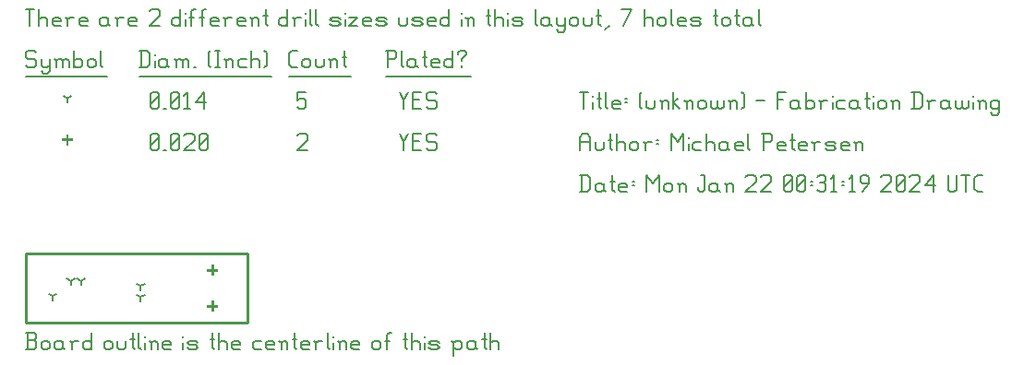
<source format=gbr>
G04 start of page 12 for group -3984 idx -3984 *
G04 Title: (unknown), fab *
G04 Creator: pcb 4.0.2 *
G04 CreationDate: Mon Jan 22 00:31:19 2024 UTC *
G04 For: railfan *
G04 Format: Gerber/RS-274X *
G04 PCB-Dimensions (mil): 800.00 250.00 *
G04 PCB-Coordinate-Origin: lower left *
%MOIN*%
%FSLAX25Y25*%
%LNFAB*%
%ADD35C,0.0100*%
%ADD34C,0.0075*%
%ADD33C,0.0060*%
%ADD32R,0.0080X0.0080*%
G54D32*X67500Y20600D02*Y17400D01*
X65900Y19000D02*X69100D01*
X67500Y7600D02*Y4400D01*
X65900Y6000D02*X69100D01*
X15000Y67850D02*Y64650D01*
X13400Y66250D02*X16600D01*
G54D33*X135000Y68500D02*X136500Y65500D01*
X138000Y68500D01*
X136500Y65500D02*Y62500D01*
X139800Y65800D02*X142050D01*
X139800Y62500D02*X142800D01*
X139800Y68500D02*Y62500D01*
Y68500D02*X142800D01*
X147600D02*X148350Y67750D01*
X145350Y68500D02*X147600D01*
X144600Y67750D02*X145350Y68500D01*
X144600Y67750D02*Y66250D01*
X145350Y65500D01*
X147600D01*
X148350Y64750D01*
Y63250D01*
X147600Y62500D02*X148350Y63250D01*
X145350Y62500D02*X147600D01*
X144600Y63250D02*X145350Y62500D01*
X98000Y67750D02*X98750Y68500D01*
X101000D01*
X101750Y67750D01*
Y66250D01*
X98000Y62500D02*X101750Y66250D01*
X98000Y62500D02*X101750D01*
X45000Y63250D02*X45750Y62500D01*
X45000Y67750D02*Y63250D01*
Y67750D02*X45750Y68500D01*
X47250D01*
X48000Y67750D01*
Y63250D01*
X47250Y62500D02*X48000Y63250D01*
X45750Y62500D02*X47250D01*
X45000Y64000D02*X48000Y67000D01*
X49800Y62500D02*X50550D01*
X52350Y63250D02*X53100Y62500D01*
X52350Y67750D02*Y63250D01*
Y67750D02*X53100Y68500D01*
X54600D01*
X55350Y67750D01*
Y63250D01*
X54600Y62500D02*X55350Y63250D01*
X53100Y62500D02*X54600D01*
X52350Y64000D02*X55350Y67000D01*
X57150Y67750D02*X57900Y68500D01*
X60150D01*
X60900Y67750D01*
Y66250D01*
X57150Y62500D02*X60900Y66250D01*
X57150Y62500D02*X60900D01*
X62700Y63250D02*X63450Y62500D01*
X62700Y67750D02*Y63250D01*
Y67750D02*X63450Y68500D01*
X64950D01*
X65700Y67750D01*
Y63250D01*
X64950Y62500D02*X65700Y63250D01*
X63450Y62500D02*X64950D01*
X62700Y64000D02*X65700Y67000D01*
X41500Y13500D02*Y11900D01*
Y13500D02*X42887Y14300D01*
X41500Y13500D02*X40113Y14300D01*
X41500Y9500D02*Y7900D01*
Y9500D02*X42887Y10300D01*
X41500Y9500D02*X40113Y10300D01*
X19900Y15300D02*Y13700D01*
Y15300D02*X21287Y16100D01*
X19900Y15300D02*X18513Y16100D01*
X9800Y9700D02*Y8100D01*
Y9700D02*X11187Y10500D01*
X9800Y9700D02*X8413Y10500D01*
X16200Y15300D02*Y13700D01*
Y15300D02*X17587Y16100D01*
X16200Y15300D02*X14813Y16100D01*
X15000Y81250D02*Y79650D01*
Y81250D02*X16387Y82050D01*
X15000Y81250D02*X13613Y82050D01*
X135000Y83500D02*X136500Y80500D01*
X138000Y83500D01*
X136500Y80500D02*Y77500D01*
X139800Y80800D02*X142050D01*
X139800Y77500D02*X142800D01*
X139800Y83500D02*Y77500D01*
Y83500D02*X142800D01*
X147600D02*X148350Y82750D01*
X145350Y83500D02*X147600D01*
X144600Y82750D02*X145350Y83500D01*
X144600Y82750D02*Y81250D01*
X145350Y80500D01*
X147600D01*
X148350Y79750D01*
Y78250D01*
X147600Y77500D02*X148350Y78250D01*
X145350Y77500D02*X147600D01*
X144600Y78250D02*X145350Y77500D01*
X98000Y83500D02*X101000D01*
X98000D02*Y80500D01*
X98750Y81250D01*
X100250D01*
X101000Y80500D01*
Y78250D01*
X100250Y77500D02*X101000Y78250D01*
X98750Y77500D02*X100250D01*
X98000Y78250D02*X98750Y77500D01*
X45000Y78250D02*X45750Y77500D01*
X45000Y82750D02*Y78250D01*
Y82750D02*X45750Y83500D01*
X47250D01*
X48000Y82750D01*
Y78250D01*
X47250Y77500D02*X48000Y78250D01*
X45750Y77500D02*X47250D01*
X45000Y79000D02*X48000Y82000D01*
X49800Y77500D02*X50550D01*
X52350Y78250D02*X53100Y77500D01*
X52350Y82750D02*Y78250D01*
Y82750D02*X53100Y83500D01*
X54600D01*
X55350Y82750D01*
Y78250D01*
X54600Y77500D02*X55350Y78250D01*
X53100Y77500D02*X54600D01*
X52350Y79000D02*X55350Y82000D01*
X57150Y82300D02*X58350Y83500D01*
Y77500D01*
X57150D02*X59400D01*
X61200Y79750D02*X64200Y83500D01*
X61200Y79750D02*X64950D01*
X64200Y83500D02*Y77500D01*
X3000Y98500D02*X3750Y97750D01*
X750Y98500D02*X3000D01*
X0Y97750D02*X750Y98500D01*
X0Y97750D02*Y96250D01*
X750Y95500D01*
X3000D01*
X3750Y94750D01*
Y93250D01*
X3000Y92500D02*X3750Y93250D01*
X750Y92500D02*X3000D01*
X0Y93250D02*X750Y92500D01*
X5550Y95500D02*Y93250D01*
X6300Y92500D01*
X8550Y95500D02*Y91000D01*
X7800Y90250D02*X8550Y91000D01*
X6300Y90250D02*X7800D01*
X5550Y91000D02*X6300Y90250D01*
Y92500D02*X7800D01*
X8550Y93250D01*
X11100Y94750D02*Y92500D01*
Y94750D02*X11850Y95500D01*
X12600D01*
X13350Y94750D01*
Y92500D01*
Y94750D02*X14100Y95500D01*
X14850D01*
X15600Y94750D01*
Y92500D01*
X10350Y95500D02*X11100Y94750D01*
X17400Y98500D02*Y92500D01*
Y93250D02*X18150Y92500D01*
X19650D01*
X20400Y93250D01*
Y94750D02*Y93250D01*
X19650Y95500D02*X20400Y94750D01*
X18150Y95500D02*X19650D01*
X17400Y94750D02*X18150Y95500D01*
X22200Y94750D02*Y93250D01*
Y94750D02*X22950Y95500D01*
X24450D01*
X25200Y94750D01*
Y93250D01*
X24450Y92500D02*X25200Y93250D01*
X22950Y92500D02*X24450D01*
X22200Y93250D02*X22950Y92500D01*
X27000Y98500D02*Y93250D01*
X27750Y92500D01*
X0Y89250D02*X29250D01*
X41750Y98500D02*Y92500D01*
X43700Y98500D02*X44750Y97450D01*
Y93550D01*
X43700Y92500D02*X44750Y93550D01*
X41000Y92500D02*X43700D01*
X41000Y98500D02*X43700D01*
G54D34*X46550Y97000D02*Y96850D01*
G54D33*Y94750D02*Y92500D01*
X50300Y95500D02*X51050Y94750D01*
X48800Y95500D02*X50300D01*
X48050Y94750D02*X48800Y95500D01*
X48050Y94750D02*Y93250D01*
X48800Y92500D01*
X51050Y95500D02*Y93250D01*
X51800Y92500D01*
X48800D02*X50300D01*
X51050Y93250D01*
X54350Y94750D02*Y92500D01*
Y94750D02*X55100Y95500D01*
X55850D01*
X56600Y94750D01*
Y92500D01*
Y94750D02*X57350Y95500D01*
X58100D01*
X58850Y94750D01*
Y92500D01*
X53600Y95500D02*X54350Y94750D01*
X60650Y92500D02*X61400D01*
X65900Y93250D02*X66650Y92500D01*
X65900Y97750D02*X66650Y98500D01*
X65900Y97750D02*Y93250D01*
X68450Y98500D02*X69950D01*
X69200D02*Y92500D01*
X68450D02*X69950D01*
X72500Y94750D02*Y92500D01*
Y94750D02*X73250Y95500D01*
X74000D01*
X74750Y94750D01*
Y92500D01*
X71750Y95500D02*X72500Y94750D01*
X77300Y95500D02*X79550D01*
X76550Y94750D02*X77300Y95500D01*
X76550Y94750D02*Y93250D01*
X77300Y92500D01*
X79550D01*
X81350Y98500D02*Y92500D01*
Y94750D02*X82100Y95500D01*
X83600D01*
X84350Y94750D01*
Y92500D01*
X86150Y98500D02*X86900Y97750D01*
Y93250D01*
X86150Y92500D02*X86900Y93250D01*
X41000Y89250D02*X88700D01*
X96050Y92500D02*X98000D01*
X95000Y93550D02*X96050Y92500D01*
X95000Y97450D02*Y93550D01*
Y97450D02*X96050Y98500D01*
X98000D01*
X99800Y94750D02*Y93250D01*
Y94750D02*X100550Y95500D01*
X102050D01*
X102800Y94750D01*
Y93250D01*
X102050Y92500D02*X102800Y93250D01*
X100550Y92500D02*X102050D01*
X99800Y93250D02*X100550Y92500D01*
X104600Y95500D02*Y93250D01*
X105350Y92500D01*
X106850D01*
X107600Y93250D01*
Y95500D02*Y93250D01*
X110150Y94750D02*Y92500D01*
Y94750D02*X110900Y95500D01*
X111650D01*
X112400Y94750D01*
Y92500D01*
X109400Y95500D02*X110150Y94750D01*
X114950Y98500D02*Y93250D01*
X115700Y92500D01*
X114200Y96250D02*X115700D01*
X95000Y89250D02*X117200D01*
X130750Y98500D02*Y92500D01*
X130000Y98500D02*X133000D01*
X133750Y97750D01*
Y96250D01*
X133000Y95500D02*X133750Y96250D01*
X130750Y95500D02*X133000D01*
X135550Y98500D02*Y93250D01*
X136300Y92500D01*
X140050Y95500D02*X140800Y94750D01*
X138550Y95500D02*X140050D01*
X137800Y94750D02*X138550Y95500D01*
X137800Y94750D02*Y93250D01*
X138550Y92500D01*
X140800Y95500D02*Y93250D01*
X141550Y92500D01*
X138550D02*X140050D01*
X140800Y93250D01*
X144100Y98500D02*Y93250D01*
X144850Y92500D01*
X143350Y96250D02*X144850D01*
X147100Y92500D02*X149350D01*
X146350Y93250D02*X147100Y92500D01*
X146350Y94750D02*Y93250D01*
Y94750D02*X147100Y95500D01*
X148600D01*
X149350Y94750D01*
X146350Y94000D02*X149350D01*
Y94750D02*Y94000D01*
X154150Y98500D02*Y92500D01*
X153400D02*X154150Y93250D01*
X151900Y92500D02*X153400D01*
X151150Y93250D02*X151900Y92500D01*
X151150Y94750D02*Y93250D01*
Y94750D02*X151900Y95500D01*
X153400D01*
X154150Y94750D01*
X157450Y95500D02*Y94750D01*
Y93250D02*Y92500D01*
X155950Y97750D02*Y97000D01*
Y97750D02*X156700Y98500D01*
X158200D01*
X158950Y97750D01*
Y97000D01*
X157450Y95500D02*X158950Y97000D01*
X130000Y89250D02*X160750D01*
X0Y113500D02*X3000D01*
X1500D02*Y107500D01*
X4800Y113500D02*Y107500D01*
Y109750D02*X5550Y110500D01*
X7050D01*
X7800Y109750D01*
Y107500D01*
X10350D02*X12600D01*
X9600Y108250D02*X10350Y107500D01*
X9600Y109750D02*Y108250D01*
Y109750D02*X10350Y110500D01*
X11850D01*
X12600Y109750D01*
X9600Y109000D02*X12600D01*
Y109750D02*Y109000D01*
X15150Y109750D02*Y107500D01*
Y109750D02*X15900Y110500D01*
X17400D01*
X14400D02*X15150Y109750D01*
X19950Y107500D02*X22200D01*
X19200Y108250D02*X19950Y107500D01*
X19200Y109750D02*Y108250D01*
Y109750D02*X19950Y110500D01*
X21450D01*
X22200Y109750D01*
X19200Y109000D02*X22200D01*
Y109750D02*Y109000D01*
X28950Y110500D02*X29700Y109750D01*
X27450Y110500D02*X28950D01*
X26700Y109750D02*X27450Y110500D01*
X26700Y109750D02*Y108250D01*
X27450Y107500D01*
X29700Y110500D02*Y108250D01*
X30450Y107500D01*
X27450D02*X28950D01*
X29700Y108250D01*
X33000Y109750D02*Y107500D01*
Y109750D02*X33750Y110500D01*
X35250D01*
X32250D02*X33000Y109750D01*
X37800Y107500D02*X40050D01*
X37050Y108250D02*X37800Y107500D01*
X37050Y109750D02*Y108250D01*
Y109750D02*X37800Y110500D01*
X39300D01*
X40050Y109750D01*
X37050Y109000D02*X40050D01*
Y109750D02*Y109000D01*
X44550Y112750D02*X45300Y113500D01*
X47550D01*
X48300Y112750D01*
Y111250D01*
X44550Y107500D02*X48300Y111250D01*
X44550Y107500D02*X48300D01*
X55800Y113500D02*Y107500D01*
X55050D02*X55800Y108250D01*
X53550Y107500D02*X55050D01*
X52800Y108250D02*X53550Y107500D01*
X52800Y109750D02*Y108250D01*
Y109750D02*X53550Y110500D01*
X55050D01*
X55800Y109750D01*
G54D34*X57600Y112000D02*Y111850D01*
G54D33*Y109750D02*Y107500D01*
X59850Y112750D02*Y107500D01*
Y112750D02*X60600Y113500D01*
X61350D01*
X59100Y110500D02*X60600D01*
X63600Y112750D02*Y107500D01*
Y112750D02*X64350Y113500D01*
X65100D01*
X62850Y110500D02*X64350D01*
X67350Y107500D02*X69600D01*
X66600Y108250D02*X67350Y107500D01*
X66600Y109750D02*Y108250D01*
Y109750D02*X67350Y110500D01*
X68850D01*
X69600Y109750D01*
X66600Y109000D02*X69600D01*
Y109750D02*Y109000D01*
X72150Y109750D02*Y107500D01*
Y109750D02*X72900Y110500D01*
X74400D01*
X71400D02*X72150Y109750D01*
X76950Y107500D02*X79200D01*
X76200Y108250D02*X76950Y107500D01*
X76200Y109750D02*Y108250D01*
Y109750D02*X76950Y110500D01*
X78450D01*
X79200Y109750D01*
X76200Y109000D02*X79200D01*
Y109750D02*Y109000D01*
X81750Y109750D02*Y107500D01*
Y109750D02*X82500Y110500D01*
X83250D01*
X84000Y109750D01*
Y107500D01*
X81000Y110500D02*X81750Y109750D01*
X86550Y113500D02*Y108250D01*
X87300Y107500D01*
X85800Y111250D02*X87300D01*
X94500Y113500D02*Y107500D01*
X93750D02*X94500Y108250D01*
X92250Y107500D02*X93750D01*
X91500Y108250D02*X92250Y107500D01*
X91500Y109750D02*Y108250D01*
Y109750D02*X92250Y110500D01*
X93750D01*
X94500Y109750D01*
X97050D02*Y107500D01*
Y109750D02*X97800Y110500D01*
X99300D01*
X96300D02*X97050Y109750D01*
G54D34*X101100Y112000D02*Y111850D01*
G54D33*Y109750D02*Y107500D01*
X102600Y113500D02*Y108250D01*
X103350Y107500D01*
X104850Y113500D02*Y108250D01*
X105600Y107500D01*
X110550D02*X112800D01*
X113550Y108250D01*
X112800Y109000D02*X113550Y108250D01*
X110550Y109000D02*X112800D01*
X109800Y109750D02*X110550Y109000D01*
X109800Y109750D02*X110550Y110500D01*
X112800D01*
X113550Y109750D01*
X109800Y108250D02*X110550Y107500D01*
G54D34*X115350Y112000D02*Y111850D01*
G54D33*Y109750D02*Y107500D01*
X116850Y110500D02*X119850D01*
X116850Y107500D02*X119850Y110500D01*
X116850Y107500D02*X119850D01*
X122400D02*X124650D01*
X121650Y108250D02*X122400Y107500D01*
X121650Y109750D02*Y108250D01*
Y109750D02*X122400Y110500D01*
X123900D01*
X124650Y109750D01*
X121650Y109000D02*X124650D01*
Y109750D02*Y109000D01*
X127200Y107500D02*X129450D01*
X130200Y108250D01*
X129450Y109000D02*X130200Y108250D01*
X127200Y109000D02*X129450D01*
X126450Y109750D02*X127200Y109000D01*
X126450Y109750D02*X127200Y110500D01*
X129450D01*
X130200Y109750D01*
X126450Y108250D02*X127200Y107500D01*
X134700Y110500D02*Y108250D01*
X135450Y107500D01*
X136950D01*
X137700Y108250D01*
Y110500D02*Y108250D01*
X140250Y107500D02*X142500D01*
X143250Y108250D01*
X142500Y109000D02*X143250Y108250D01*
X140250Y109000D02*X142500D01*
X139500Y109750D02*X140250Y109000D01*
X139500Y109750D02*X140250Y110500D01*
X142500D01*
X143250Y109750D01*
X139500Y108250D02*X140250Y107500D01*
X145800D02*X148050D01*
X145050Y108250D02*X145800Y107500D01*
X145050Y109750D02*Y108250D01*
Y109750D02*X145800Y110500D01*
X147300D01*
X148050Y109750D01*
X145050Y109000D02*X148050D01*
Y109750D02*Y109000D01*
X152850Y113500D02*Y107500D01*
X152100D02*X152850Y108250D01*
X150600Y107500D02*X152100D01*
X149850Y108250D02*X150600Y107500D01*
X149850Y109750D02*Y108250D01*
Y109750D02*X150600Y110500D01*
X152100D01*
X152850Y109750D01*
G54D34*X157350Y112000D02*Y111850D01*
G54D33*Y109750D02*Y107500D01*
X159600Y109750D02*Y107500D01*
Y109750D02*X160350Y110500D01*
X161100D01*
X161850Y109750D01*
Y107500D01*
X158850Y110500D02*X159600Y109750D01*
X167100Y113500D02*Y108250D01*
X167850Y107500D01*
X166350Y111250D02*X167850D01*
X169350Y113500D02*Y107500D01*
Y109750D02*X170100Y110500D01*
X171600D01*
X172350Y109750D01*
Y107500D01*
G54D34*X174150Y112000D02*Y111850D01*
G54D33*Y109750D02*Y107500D01*
X176400D02*X178650D01*
X179400Y108250D01*
X178650Y109000D02*X179400Y108250D01*
X176400Y109000D02*X178650D01*
X175650Y109750D02*X176400Y109000D01*
X175650Y109750D02*X176400Y110500D01*
X178650D01*
X179400Y109750D01*
X175650Y108250D02*X176400Y107500D01*
X183900Y113500D02*Y108250D01*
X184650Y107500D01*
X188400Y110500D02*X189150Y109750D01*
X186900Y110500D02*X188400D01*
X186150Y109750D02*X186900Y110500D01*
X186150Y109750D02*Y108250D01*
X186900Y107500D01*
X189150Y110500D02*Y108250D01*
X189900Y107500D01*
X186900D02*X188400D01*
X189150Y108250D01*
X191700Y110500D02*Y108250D01*
X192450Y107500D01*
X194700Y110500D02*Y106000D01*
X193950Y105250D02*X194700Y106000D01*
X192450Y105250D02*X193950D01*
X191700Y106000D02*X192450Y105250D01*
Y107500D02*X193950D01*
X194700Y108250D01*
X196500Y109750D02*Y108250D01*
Y109750D02*X197250Y110500D01*
X198750D01*
X199500Y109750D01*
Y108250D01*
X198750Y107500D02*X199500Y108250D01*
X197250Y107500D02*X198750D01*
X196500Y108250D02*X197250Y107500D01*
X201300Y110500D02*Y108250D01*
X202050Y107500D01*
X203550D01*
X204300Y108250D01*
Y110500D02*Y108250D01*
X206850Y113500D02*Y108250D01*
X207600Y107500D01*
X206100Y111250D02*X207600D01*
X209100Y106000D02*X210600Y107500D01*
X215850D02*X218850Y113500D01*
X215100D02*X218850D01*
X223350D02*Y107500D01*
Y109750D02*X224100Y110500D01*
X225600D01*
X226350Y109750D01*
Y107500D01*
X228150Y109750D02*Y108250D01*
Y109750D02*X228900Y110500D01*
X230400D01*
X231150Y109750D01*
Y108250D01*
X230400Y107500D02*X231150Y108250D01*
X228900Y107500D02*X230400D01*
X228150Y108250D02*X228900Y107500D01*
X232950Y113500D02*Y108250D01*
X233700Y107500D01*
X235950D02*X238200D01*
X235200Y108250D02*X235950Y107500D01*
X235200Y109750D02*Y108250D01*
Y109750D02*X235950Y110500D01*
X237450D01*
X238200Y109750D01*
X235200Y109000D02*X238200D01*
Y109750D02*Y109000D01*
X240750Y107500D02*X243000D01*
X243750Y108250D01*
X243000Y109000D02*X243750Y108250D01*
X240750Y109000D02*X243000D01*
X240000Y109750D02*X240750Y109000D01*
X240000Y109750D02*X240750Y110500D01*
X243000D01*
X243750Y109750D01*
X240000Y108250D02*X240750Y107500D01*
X249000Y113500D02*Y108250D01*
X249750Y107500D01*
X248250Y111250D02*X249750D01*
X251250Y109750D02*Y108250D01*
Y109750D02*X252000Y110500D01*
X253500D01*
X254250Y109750D01*
Y108250D01*
X253500Y107500D02*X254250Y108250D01*
X252000Y107500D02*X253500D01*
X251250Y108250D02*X252000Y107500D01*
X256800Y113500D02*Y108250D01*
X257550Y107500D01*
X256050Y111250D02*X257550D01*
X261300Y110500D02*X262050Y109750D01*
X259800Y110500D02*X261300D01*
X259050Y109750D02*X259800Y110500D01*
X259050Y109750D02*Y108250D01*
X259800Y107500D01*
X262050Y110500D02*Y108250D01*
X262800Y107500D01*
X259800D02*X261300D01*
X262050Y108250D01*
X264600Y113500D02*Y108250D01*
X265350Y107500D01*
G54D35*X0Y0D02*X80000D01*
Y25000D01*
X0D01*
Y0D01*
G54D33*Y-9500D02*X3000D01*
X3750Y-8750D01*
Y-6950D02*Y-8750D01*
X3000Y-6200D02*X3750Y-6950D01*
X750Y-6200D02*X3000D01*
X750Y-3500D02*Y-9500D01*
X0Y-3500D02*X3000D01*
X3750Y-4250D01*
Y-5450D01*
X3000Y-6200D02*X3750Y-5450D01*
X5550Y-7250D02*Y-8750D01*
Y-7250D02*X6300Y-6500D01*
X7800D01*
X8550Y-7250D01*
Y-8750D01*
X7800Y-9500D02*X8550Y-8750D01*
X6300Y-9500D02*X7800D01*
X5550Y-8750D02*X6300Y-9500D01*
X12600Y-6500D02*X13350Y-7250D01*
X11100Y-6500D02*X12600D01*
X10350Y-7250D02*X11100Y-6500D01*
X10350Y-7250D02*Y-8750D01*
X11100Y-9500D01*
X13350Y-6500D02*Y-8750D01*
X14100Y-9500D01*
X11100D02*X12600D01*
X13350Y-8750D01*
X16650Y-7250D02*Y-9500D01*
Y-7250D02*X17400Y-6500D01*
X18900D01*
X15900D02*X16650Y-7250D01*
X23700Y-3500D02*Y-9500D01*
X22950D02*X23700Y-8750D01*
X21450Y-9500D02*X22950D01*
X20700Y-8750D02*X21450Y-9500D01*
X20700Y-7250D02*Y-8750D01*
Y-7250D02*X21450Y-6500D01*
X22950D01*
X23700Y-7250D01*
X28200D02*Y-8750D01*
Y-7250D02*X28950Y-6500D01*
X30450D01*
X31200Y-7250D01*
Y-8750D01*
X30450Y-9500D02*X31200Y-8750D01*
X28950Y-9500D02*X30450D01*
X28200Y-8750D02*X28950Y-9500D01*
X33000Y-6500D02*Y-8750D01*
X33750Y-9500D01*
X35250D01*
X36000Y-8750D01*
Y-6500D02*Y-8750D01*
X38550Y-3500D02*Y-8750D01*
X39300Y-9500D01*
X37800Y-5750D02*X39300D01*
X40800Y-3500D02*Y-8750D01*
X41550Y-9500D01*
G54D34*X43050Y-5000D02*Y-5150D01*
G54D33*Y-7250D02*Y-9500D01*
X45300Y-7250D02*Y-9500D01*
Y-7250D02*X46050Y-6500D01*
X46800D01*
X47550Y-7250D01*
Y-9500D01*
X44550Y-6500D02*X45300Y-7250D01*
X50100Y-9500D02*X52350D01*
X49350Y-8750D02*X50100Y-9500D01*
X49350Y-7250D02*Y-8750D01*
Y-7250D02*X50100Y-6500D01*
X51600D01*
X52350Y-7250D01*
X49350Y-8000D02*X52350D01*
Y-7250D02*Y-8000D01*
G54D34*X56850Y-5000D02*Y-5150D01*
G54D33*Y-7250D02*Y-9500D01*
X59100D02*X61350D01*
X62100Y-8750D01*
X61350Y-8000D02*X62100Y-8750D01*
X59100Y-8000D02*X61350D01*
X58350Y-7250D02*X59100Y-8000D01*
X58350Y-7250D02*X59100Y-6500D01*
X61350D01*
X62100Y-7250D01*
X58350Y-8750D02*X59100Y-9500D01*
X67350Y-3500D02*Y-8750D01*
X68100Y-9500D01*
X66600Y-5750D02*X68100D01*
X69600Y-3500D02*Y-9500D01*
Y-7250D02*X70350Y-6500D01*
X71850D01*
X72600Y-7250D01*
Y-9500D01*
X75150D02*X77400D01*
X74400Y-8750D02*X75150Y-9500D01*
X74400Y-7250D02*Y-8750D01*
Y-7250D02*X75150Y-6500D01*
X76650D01*
X77400Y-7250D01*
X74400Y-8000D02*X77400D01*
Y-7250D02*Y-8000D01*
X82650Y-6500D02*X84900D01*
X81900Y-7250D02*X82650Y-6500D01*
X81900Y-7250D02*Y-8750D01*
X82650Y-9500D01*
X84900D01*
X87450D02*X89700D01*
X86700Y-8750D02*X87450Y-9500D01*
X86700Y-7250D02*Y-8750D01*
Y-7250D02*X87450Y-6500D01*
X88950D01*
X89700Y-7250D01*
X86700Y-8000D02*X89700D01*
Y-7250D02*Y-8000D01*
X92250Y-7250D02*Y-9500D01*
Y-7250D02*X93000Y-6500D01*
X93750D01*
X94500Y-7250D01*
Y-9500D01*
X91500Y-6500D02*X92250Y-7250D01*
X97050Y-3500D02*Y-8750D01*
X97800Y-9500D01*
X96300Y-5750D02*X97800D01*
X100050Y-9500D02*X102300D01*
X99300Y-8750D02*X100050Y-9500D01*
X99300Y-7250D02*Y-8750D01*
Y-7250D02*X100050Y-6500D01*
X101550D01*
X102300Y-7250D01*
X99300Y-8000D02*X102300D01*
Y-7250D02*Y-8000D01*
X104850Y-7250D02*Y-9500D01*
Y-7250D02*X105600Y-6500D01*
X107100D01*
X104100D02*X104850Y-7250D01*
X108900Y-3500D02*Y-8750D01*
X109650Y-9500D01*
G54D34*X111150Y-5000D02*Y-5150D01*
G54D33*Y-7250D02*Y-9500D01*
X113400Y-7250D02*Y-9500D01*
Y-7250D02*X114150Y-6500D01*
X114900D01*
X115650Y-7250D01*
Y-9500D01*
X112650Y-6500D02*X113400Y-7250D01*
X118200Y-9500D02*X120450D01*
X117450Y-8750D02*X118200Y-9500D01*
X117450Y-7250D02*Y-8750D01*
Y-7250D02*X118200Y-6500D01*
X119700D01*
X120450Y-7250D01*
X117450Y-8000D02*X120450D01*
Y-7250D02*Y-8000D01*
X124950Y-7250D02*Y-8750D01*
Y-7250D02*X125700Y-6500D01*
X127200D01*
X127950Y-7250D01*
Y-8750D01*
X127200Y-9500D02*X127950Y-8750D01*
X125700Y-9500D02*X127200D01*
X124950Y-8750D02*X125700Y-9500D01*
X130500Y-4250D02*Y-9500D01*
Y-4250D02*X131250Y-3500D01*
X132000D01*
X129750Y-6500D02*X131250D01*
X136950Y-3500D02*Y-8750D01*
X137700Y-9500D01*
X136200Y-5750D02*X137700D01*
X139200Y-3500D02*Y-9500D01*
Y-7250D02*X139950Y-6500D01*
X141450D01*
X142200Y-7250D01*
Y-9500D01*
G54D34*X144000Y-5000D02*Y-5150D01*
G54D33*Y-7250D02*Y-9500D01*
X146250D02*X148500D01*
X149250Y-8750D01*
X148500Y-8000D02*X149250Y-8750D01*
X146250Y-8000D02*X148500D01*
X145500Y-7250D02*X146250Y-8000D01*
X145500Y-7250D02*X146250Y-6500D01*
X148500D01*
X149250Y-7250D01*
X145500Y-8750D02*X146250Y-9500D01*
X154500Y-7250D02*Y-11750D01*
X153750Y-6500D02*X154500Y-7250D01*
X155250Y-6500D01*
X156750D01*
X157500Y-7250D01*
Y-8750D01*
X156750Y-9500D02*X157500Y-8750D01*
X155250Y-9500D02*X156750D01*
X154500Y-8750D02*X155250Y-9500D01*
X161550Y-6500D02*X162300Y-7250D01*
X160050Y-6500D02*X161550D01*
X159300Y-7250D02*X160050Y-6500D01*
X159300Y-7250D02*Y-8750D01*
X160050Y-9500D01*
X162300Y-6500D02*Y-8750D01*
X163050Y-9500D01*
X160050D02*X161550D01*
X162300Y-8750D01*
X165600Y-3500D02*Y-8750D01*
X166350Y-9500D01*
X164850Y-5750D02*X166350D01*
X167850Y-3500D02*Y-9500D01*
Y-7250D02*X168600Y-6500D01*
X170100D01*
X170850Y-7250D01*
Y-9500D01*
X200750Y53500D02*Y47500D01*
X202700Y53500D02*X203750Y52450D01*
Y48550D01*
X202700Y47500D02*X203750Y48550D01*
X200000Y47500D02*X202700D01*
X200000Y53500D02*X202700D01*
X207800Y50500D02*X208550Y49750D01*
X206300Y50500D02*X207800D01*
X205550Y49750D02*X206300Y50500D01*
X205550Y49750D02*Y48250D01*
X206300Y47500D01*
X208550Y50500D02*Y48250D01*
X209300Y47500D01*
X206300D02*X207800D01*
X208550Y48250D01*
X211850Y53500D02*Y48250D01*
X212600Y47500D01*
X211100Y51250D02*X212600D01*
X214850Y47500D02*X217100D01*
X214100Y48250D02*X214850Y47500D01*
X214100Y49750D02*Y48250D01*
Y49750D02*X214850Y50500D01*
X216350D01*
X217100Y49750D01*
X214100Y49000D02*X217100D01*
Y49750D02*Y49000D01*
X218900Y51250D02*X219650D01*
X218900Y49750D02*X219650D01*
X224150Y53500D02*Y47500D01*
Y53500D02*X226400Y50500D01*
X228650Y53500D01*
Y47500D01*
X230450Y49750D02*Y48250D01*
Y49750D02*X231200Y50500D01*
X232700D01*
X233450Y49750D01*
Y48250D01*
X232700Y47500D02*X233450Y48250D01*
X231200Y47500D02*X232700D01*
X230450Y48250D02*X231200Y47500D01*
X236000Y49750D02*Y47500D01*
Y49750D02*X236750Y50500D01*
X237500D01*
X238250Y49750D01*
Y47500D01*
X235250Y50500D02*X236000Y49750D01*
X243800Y53500D02*X245000D01*
Y48250D01*
X244250Y47500D02*X245000Y48250D01*
X243500Y47500D02*X244250D01*
X242750Y48250D02*X243500Y47500D01*
X242750Y49000D02*Y48250D01*
X249050Y50500D02*X249800Y49750D01*
X247550Y50500D02*X249050D01*
X246800Y49750D02*X247550Y50500D01*
X246800Y49750D02*Y48250D01*
X247550Y47500D01*
X249800Y50500D02*Y48250D01*
X250550Y47500D01*
X247550D02*X249050D01*
X249800Y48250D01*
X253100Y49750D02*Y47500D01*
Y49750D02*X253850Y50500D01*
X254600D01*
X255350Y49750D01*
Y47500D01*
X252350Y50500D02*X253100Y49750D01*
X259850Y52750D02*X260600Y53500D01*
X262850D01*
X263600Y52750D01*
Y51250D01*
X259850Y47500D02*X263600Y51250D01*
X259850Y47500D02*X263600D01*
X265400Y52750D02*X266150Y53500D01*
X268400D01*
X269150Y52750D01*
Y51250D01*
X265400Y47500D02*X269150Y51250D01*
X265400Y47500D02*X269150D01*
X273650Y48250D02*X274400Y47500D01*
X273650Y52750D02*Y48250D01*
Y52750D02*X274400Y53500D01*
X275900D01*
X276650Y52750D01*
Y48250D01*
X275900Y47500D02*X276650Y48250D01*
X274400Y47500D02*X275900D01*
X273650Y49000D02*X276650Y52000D01*
X278450Y48250D02*X279200Y47500D01*
X278450Y52750D02*Y48250D01*
Y52750D02*X279200Y53500D01*
X280700D01*
X281450Y52750D01*
Y48250D01*
X280700Y47500D02*X281450Y48250D01*
X279200Y47500D02*X280700D01*
X278450Y49000D02*X281450Y52000D01*
X283250Y51250D02*X284000D01*
X283250Y49750D02*X284000D01*
X285800Y52750D02*X286550Y53500D01*
X288050D01*
X288800Y52750D01*
X288050Y47500D02*X288800Y48250D01*
X286550Y47500D02*X288050D01*
X285800Y48250D02*X286550Y47500D01*
Y50800D02*X288050D01*
X288800Y52750D02*Y51550D01*
Y50050D02*Y48250D01*
Y50050D02*X288050Y50800D01*
X288800Y51550D02*X288050Y50800D01*
X290600Y52300D02*X291800Y53500D01*
Y47500D01*
X290600D02*X292850D01*
X294650Y51250D02*X295400D01*
X294650Y49750D02*X295400D01*
X297200Y52300D02*X298400Y53500D01*
Y47500D01*
X297200D02*X299450D01*
X302000D02*X304250Y50500D01*
Y52750D02*Y50500D01*
X303500Y53500D02*X304250Y52750D01*
X302000Y53500D02*X303500D01*
X301250Y52750D02*X302000Y53500D01*
X301250Y52750D02*Y51250D01*
X302000Y50500D01*
X304250D01*
X308750Y52750D02*X309500Y53500D01*
X311750D01*
X312500Y52750D01*
Y51250D01*
X308750Y47500D02*X312500Y51250D01*
X308750Y47500D02*X312500D01*
X314300Y48250D02*X315050Y47500D01*
X314300Y52750D02*Y48250D01*
Y52750D02*X315050Y53500D01*
X316550D01*
X317300Y52750D01*
Y48250D01*
X316550Y47500D02*X317300Y48250D01*
X315050Y47500D02*X316550D01*
X314300Y49000D02*X317300Y52000D01*
X319100Y52750D02*X319850Y53500D01*
X322100D01*
X322850Y52750D01*
Y51250D01*
X319100Y47500D02*X322850Y51250D01*
X319100Y47500D02*X322850D01*
X324650Y49750D02*X327650Y53500D01*
X324650Y49750D02*X328400D01*
X327650Y53500D02*Y47500D01*
X332900Y53500D02*Y48250D01*
X333650Y47500D01*
X335150D01*
X335900Y48250D01*
Y53500D02*Y48250D01*
X337700Y53500D02*X340700D01*
X339200D02*Y47500D01*
X343550D02*X345500D01*
X342500Y48550D02*X343550Y47500D01*
X342500Y52450D02*Y48550D01*
Y52450D02*X343550Y53500D01*
X345500D01*
X200000Y67000D02*Y62500D01*
Y67000D02*X201050Y68500D01*
X202700D01*
X203750Y67000D01*
Y62500D01*
X200000Y65500D02*X203750D01*
X205550D02*Y63250D01*
X206300Y62500D01*
X207800D01*
X208550Y63250D01*
Y65500D02*Y63250D01*
X211100Y68500D02*Y63250D01*
X211850Y62500D01*
X210350Y66250D02*X211850D01*
X213350Y68500D02*Y62500D01*
Y64750D02*X214100Y65500D01*
X215600D01*
X216350Y64750D01*
Y62500D01*
X218150Y64750D02*Y63250D01*
Y64750D02*X218900Y65500D01*
X220400D01*
X221150Y64750D01*
Y63250D01*
X220400Y62500D02*X221150Y63250D01*
X218900Y62500D02*X220400D01*
X218150Y63250D02*X218900Y62500D01*
X223700Y64750D02*Y62500D01*
Y64750D02*X224450Y65500D01*
X225950D01*
X222950D02*X223700Y64750D01*
X227750Y66250D02*X228500D01*
X227750Y64750D02*X228500D01*
X233000Y68500D02*Y62500D01*
Y68500D02*X235250Y65500D01*
X237500Y68500D01*
Y62500D01*
G54D34*X239300Y67000D02*Y66850D01*
G54D33*Y64750D02*Y62500D01*
X241550Y65500D02*X243800D01*
X240800Y64750D02*X241550Y65500D01*
X240800Y64750D02*Y63250D01*
X241550Y62500D01*
X243800D01*
X245600Y68500D02*Y62500D01*
Y64750D02*X246350Y65500D01*
X247850D01*
X248600Y64750D01*
Y62500D01*
X252650Y65500D02*X253400Y64750D01*
X251150Y65500D02*X252650D01*
X250400Y64750D02*X251150Y65500D01*
X250400Y64750D02*Y63250D01*
X251150Y62500D01*
X253400Y65500D02*Y63250D01*
X254150Y62500D01*
X251150D02*X252650D01*
X253400Y63250D01*
X256700Y62500D02*X258950D01*
X255950Y63250D02*X256700Y62500D01*
X255950Y64750D02*Y63250D01*
Y64750D02*X256700Y65500D01*
X258200D01*
X258950Y64750D01*
X255950Y64000D02*X258950D01*
Y64750D02*Y64000D01*
X260750Y68500D02*Y63250D01*
X261500Y62500D01*
X266450Y68500D02*Y62500D01*
X265700Y68500D02*X268700D01*
X269450Y67750D01*
Y66250D01*
X268700Y65500D02*X269450Y66250D01*
X266450Y65500D02*X268700D01*
X272000Y62500D02*X274250D01*
X271250Y63250D02*X272000Y62500D01*
X271250Y64750D02*Y63250D01*
Y64750D02*X272000Y65500D01*
X273500D01*
X274250Y64750D01*
X271250Y64000D02*X274250D01*
Y64750D02*Y64000D01*
X276800Y68500D02*Y63250D01*
X277550Y62500D01*
X276050Y66250D02*X277550D01*
X279800Y62500D02*X282050D01*
X279050Y63250D02*X279800Y62500D01*
X279050Y64750D02*Y63250D01*
Y64750D02*X279800Y65500D01*
X281300D01*
X282050Y64750D01*
X279050Y64000D02*X282050D01*
Y64750D02*Y64000D01*
X284600Y64750D02*Y62500D01*
Y64750D02*X285350Y65500D01*
X286850D01*
X283850D02*X284600Y64750D01*
X289400Y62500D02*X291650D01*
X292400Y63250D01*
X291650Y64000D02*X292400Y63250D01*
X289400Y64000D02*X291650D01*
X288650Y64750D02*X289400Y64000D01*
X288650Y64750D02*X289400Y65500D01*
X291650D01*
X292400Y64750D01*
X288650Y63250D02*X289400Y62500D01*
X294950D02*X297200D01*
X294200Y63250D02*X294950Y62500D01*
X294200Y64750D02*Y63250D01*
Y64750D02*X294950Y65500D01*
X296450D01*
X297200Y64750D01*
X294200Y64000D02*X297200D01*
Y64750D02*Y64000D01*
X299750Y64750D02*Y62500D01*
Y64750D02*X300500Y65500D01*
X301250D01*
X302000Y64750D01*
Y62500D01*
X299000Y65500D02*X299750Y64750D01*
X200000Y83500D02*X203000D01*
X201500D02*Y77500D01*
G54D34*X204800Y82000D02*Y81850D01*
G54D33*Y79750D02*Y77500D01*
X207050Y83500D02*Y78250D01*
X207800Y77500D01*
X206300Y81250D02*X207800D01*
X209300Y83500D02*Y78250D01*
X210050Y77500D01*
X212300D02*X214550D01*
X211550Y78250D02*X212300Y77500D01*
X211550Y79750D02*Y78250D01*
Y79750D02*X212300Y80500D01*
X213800D01*
X214550Y79750D01*
X211550Y79000D02*X214550D01*
Y79750D02*Y79000D01*
X216350Y81250D02*X217100D01*
X216350Y79750D02*X217100D01*
X221600Y78250D02*X222350Y77500D01*
X221600Y82750D02*X222350Y83500D01*
X221600Y82750D02*Y78250D01*
X224150Y80500D02*Y78250D01*
X224900Y77500D01*
X226400D01*
X227150Y78250D01*
Y80500D02*Y78250D01*
X229700Y79750D02*Y77500D01*
Y79750D02*X230450Y80500D01*
X231200D01*
X231950Y79750D01*
Y77500D01*
X228950Y80500D02*X229700Y79750D01*
X233750Y83500D02*Y77500D01*
Y79750D02*X236000Y77500D01*
X233750Y79750D02*X235250Y81250D01*
X238550Y79750D02*Y77500D01*
Y79750D02*X239300Y80500D01*
X240050D01*
X240800Y79750D01*
Y77500D01*
X237800Y80500D02*X238550Y79750D01*
X242600D02*Y78250D01*
Y79750D02*X243350Y80500D01*
X244850D01*
X245600Y79750D01*
Y78250D01*
X244850Y77500D02*X245600Y78250D01*
X243350Y77500D02*X244850D01*
X242600Y78250D02*X243350Y77500D01*
X247400Y80500D02*Y78250D01*
X248150Y77500D01*
X248900D01*
X249650Y78250D01*
Y80500D02*Y78250D01*
X250400Y77500D01*
X251150D01*
X251900Y78250D01*
Y80500D02*Y78250D01*
X254450Y79750D02*Y77500D01*
Y79750D02*X255200Y80500D01*
X255950D01*
X256700Y79750D01*
Y77500D01*
X253700Y80500D02*X254450Y79750D01*
X258500Y83500D02*X259250Y82750D01*
Y78250D01*
X258500Y77500D02*X259250Y78250D01*
X263750Y80500D02*X266750D01*
X271250Y83500D02*Y77500D01*
Y83500D02*X274250D01*
X271250Y80800D02*X273500D01*
X278300Y80500D02*X279050Y79750D01*
X276800Y80500D02*X278300D01*
X276050Y79750D02*X276800Y80500D01*
X276050Y79750D02*Y78250D01*
X276800Y77500D01*
X279050Y80500D02*Y78250D01*
X279800Y77500D01*
X276800D02*X278300D01*
X279050Y78250D01*
X281600Y83500D02*Y77500D01*
Y78250D02*X282350Y77500D01*
X283850D01*
X284600Y78250D01*
Y79750D02*Y78250D01*
X283850Y80500D02*X284600Y79750D01*
X282350Y80500D02*X283850D01*
X281600Y79750D02*X282350Y80500D01*
X287150Y79750D02*Y77500D01*
Y79750D02*X287900Y80500D01*
X289400D01*
X286400D02*X287150Y79750D01*
G54D34*X291200Y82000D02*Y81850D01*
G54D33*Y79750D02*Y77500D01*
X293450Y80500D02*X295700D01*
X292700Y79750D02*X293450Y80500D01*
X292700Y79750D02*Y78250D01*
X293450Y77500D01*
X295700D01*
X299750Y80500D02*X300500Y79750D01*
X298250Y80500D02*X299750D01*
X297500Y79750D02*X298250Y80500D01*
X297500Y79750D02*Y78250D01*
X298250Y77500D01*
X300500Y80500D02*Y78250D01*
X301250Y77500D01*
X298250D02*X299750D01*
X300500Y78250D01*
X303800Y83500D02*Y78250D01*
X304550Y77500D01*
X303050Y81250D02*X304550D01*
G54D34*X306050Y82000D02*Y81850D01*
G54D33*Y79750D02*Y77500D01*
X307550Y79750D02*Y78250D01*
Y79750D02*X308300Y80500D01*
X309800D01*
X310550Y79750D01*
Y78250D01*
X309800Y77500D02*X310550Y78250D01*
X308300Y77500D02*X309800D01*
X307550Y78250D02*X308300Y77500D01*
X313100Y79750D02*Y77500D01*
Y79750D02*X313850Y80500D01*
X314600D01*
X315350Y79750D01*
Y77500D01*
X312350Y80500D02*X313100Y79750D01*
X320600Y83500D02*Y77500D01*
X322550Y83500D02*X323600Y82450D01*
Y78550D01*
X322550Y77500D02*X323600Y78550D01*
X319850Y77500D02*X322550D01*
X319850Y83500D02*X322550D01*
X326150Y79750D02*Y77500D01*
Y79750D02*X326900Y80500D01*
X328400D01*
X325400D02*X326150Y79750D01*
X332450Y80500D02*X333200Y79750D01*
X330950Y80500D02*X332450D01*
X330200Y79750D02*X330950Y80500D01*
X330200Y79750D02*Y78250D01*
X330950Y77500D01*
X333200Y80500D02*Y78250D01*
X333950Y77500D01*
X330950D02*X332450D01*
X333200Y78250D01*
X335750Y80500D02*Y78250D01*
X336500Y77500D01*
X337250D01*
X338000Y78250D01*
Y80500D02*Y78250D01*
X338750Y77500D01*
X339500D01*
X340250Y78250D01*
Y80500D02*Y78250D01*
G54D34*X342050Y82000D02*Y81850D01*
G54D33*Y79750D02*Y77500D01*
X344300Y79750D02*Y77500D01*
Y79750D02*X345050Y80500D01*
X345800D01*
X346550Y79750D01*
Y77500D01*
X343550Y80500D02*X344300Y79750D01*
X350600Y80500D02*X351350Y79750D01*
X349100Y80500D02*X350600D01*
X348350Y79750D02*X349100Y80500D01*
X348350Y79750D02*Y78250D01*
X349100Y77500D01*
X350600D01*
X351350Y78250D01*
X348350Y76000D02*X349100Y75250D01*
X350600D01*
X351350Y76000D01*
Y80500D02*Y76000D01*
M02*

</source>
